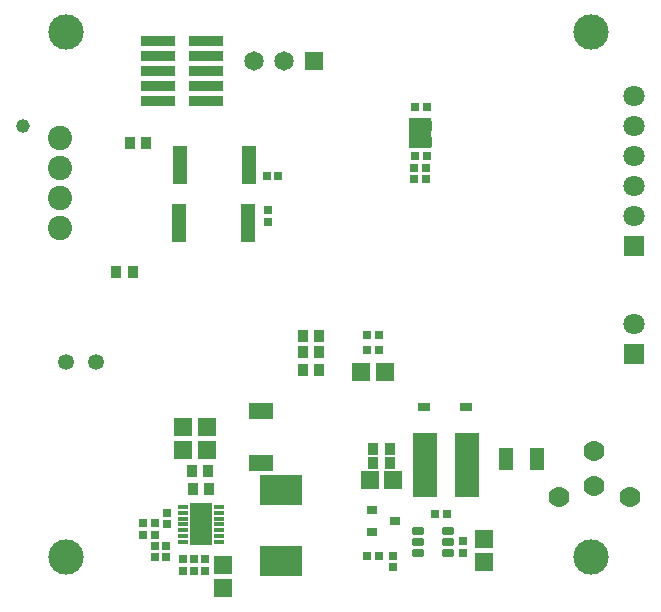
<source format=gts>
G04*
G04 #@! TF.GenerationSoftware,Altium Limited,Altium Designer,21.5.1 (32)*
G04*
G04 Layer_Color=8388736*
%FSLAX25Y25*%
%MOIN*%
G70*
G04*
G04 #@! TF.SameCoordinates,C11210EE-706E-4053-A979-2A702EC27353*
G04*
G04*
G04 #@! TF.FilePolarity,Negative*
G04*
G01*
G75*
%ADD18R,0.07382X0.09874*%
%ADD19R,0.07874X0.05512*%
%ADD20R,0.13976X0.09843*%
%ADD21R,0.06102X0.06496*%
%ADD22R,0.03347X0.03543*%
%ADD23R,0.03740X0.04134*%
%ADD24R,0.04921X0.07284*%
%ADD25R,0.04747X0.12598*%
%ADD26R,0.07677X0.13976*%
%ADD27R,0.03740X0.01772*%
%ADD28R,0.02953X0.02559*%
%ADD29R,0.06496X0.06102*%
%ADD30R,0.02559X0.02953*%
%ADD31R,0.04410X0.03150*%
G04:AMPARAMS|DCode=32|XSize=27.56mil|YSize=37.4mil|CornerRadius=4.9mil|HoleSize=0mil|Usage=FLASHONLY|Rotation=90.000|XOffset=0mil|YOffset=0mil|HoleType=Round|Shape=RoundedRectangle|*
%AMROUNDEDRECTD32*
21,1,0.02756,0.02760,0,0,90.0*
21,1,0.01776,0.03740,0,0,90.0*
1,1,0.00980,0.01380,0.00888*
1,1,0.00980,0.01380,-0.00888*
1,1,0.00980,-0.01380,-0.00888*
1,1,0.00980,-0.01380,0.00888*
%
%ADD32ROUNDEDRECTD32*%
%ADD33R,0.11575X0.03504*%
%ADD34R,0.08465X0.21457*%
%ADD35R,0.03543X0.03150*%
%ADD36C,0.06969*%
%ADD37C,0.07087*%
%ADD38R,0.07087X0.07087*%
%ADD39C,0.05315*%
%ADD40C,0.08091*%
%ADD41C,0.04638*%
%ADD42R,0.06496X0.06496*%
%ADD43C,0.06496*%
%ADD44C,0.11791*%
D18*
X367931Y166323D02*
D03*
D19*
X315000Y56301D02*
D03*
Y73624D02*
D03*
D20*
X321681Y23500D02*
D03*
Y47319D02*
D03*
D21*
X289000Y60500D02*
D03*
X296874D02*
D03*
X348407Y86499D02*
D03*
X356281D02*
D03*
X289043Y68178D02*
D03*
X296917D02*
D03*
X359118Y50501D02*
D03*
X351244D02*
D03*
D22*
X370441Y168752D02*
D03*
Y163437D02*
D03*
X366504Y168752D02*
D03*
Y163437D02*
D03*
D23*
X276756Y162926D02*
D03*
X271244D02*
D03*
X334448Y93192D02*
D03*
X328936D02*
D03*
X334448Y87335D02*
D03*
X328936D02*
D03*
X292020Y53762D02*
D03*
X297532D02*
D03*
X328936Y98599D02*
D03*
X334448D02*
D03*
X266730Y120000D02*
D03*
X272242D02*
D03*
X297756Y47746D02*
D03*
X292244D02*
D03*
X357937Y61082D02*
D03*
X352425D02*
D03*
X357937Y56337D02*
D03*
X352425D02*
D03*
D24*
X407193Y57735D02*
D03*
X396563D02*
D03*
D25*
X310940Y155708D02*
D03*
X288083D02*
D03*
X310721Y136416D02*
D03*
X287864D02*
D03*
D26*
X295000Y35774D02*
D03*
D27*
X289094Y29869D02*
D03*
Y31837D02*
D03*
Y33806D02*
D03*
Y35774D02*
D03*
Y37743D02*
D03*
Y39711D02*
D03*
Y41680D02*
D03*
X300905D02*
D03*
Y39711D02*
D03*
Y37743D02*
D03*
Y35774D02*
D03*
Y33806D02*
D03*
Y31837D02*
D03*
Y29869D02*
D03*
D28*
X354312Y93782D02*
D03*
X350375D02*
D03*
X283504Y24846D02*
D03*
X279567D02*
D03*
X279556Y32428D02*
D03*
X275619D02*
D03*
X316880Y152087D02*
D03*
X320817D02*
D03*
X350375Y99047D02*
D03*
X354312D02*
D03*
X279556Y36143D02*
D03*
X275619D02*
D03*
X350387Y25404D02*
D03*
X354324D02*
D03*
X279567Y28559D02*
D03*
X283504D02*
D03*
X376969Y39424D02*
D03*
X373031D02*
D03*
X366504Y174825D02*
D03*
X370441D02*
D03*
X370327Y158613D02*
D03*
X366390D02*
D03*
X366032Y150993D02*
D03*
X369969D02*
D03*
X366032Y154661D02*
D03*
X369969D02*
D03*
D29*
X302480Y14520D02*
D03*
Y22394D02*
D03*
X389280Y31054D02*
D03*
Y23180D02*
D03*
D30*
X283701Y35774D02*
D03*
Y39711D02*
D03*
X289094Y24362D02*
D03*
Y20425D02*
D03*
X317260Y140657D02*
D03*
Y136720D02*
D03*
X296500Y24362D02*
D03*
Y20425D02*
D03*
X359157Y21467D02*
D03*
Y25404D02*
D03*
X382325Y26329D02*
D03*
Y30266D02*
D03*
X292800Y20425D02*
D03*
Y24362D02*
D03*
D31*
X369530Y75000D02*
D03*
X383231D02*
D03*
D32*
X367327Y33711D02*
D03*
Y29971D02*
D03*
Y26231D02*
D03*
X377366D02*
D03*
Y29971D02*
D03*
Y33711D02*
D03*
D33*
X296757Y196980D02*
D03*
Y191980D02*
D03*
Y186980D02*
D03*
Y181980D02*
D03*
Y176980D02*
D03*
X280734D02*
D03*
Y181980D02*
D03*
Y186980D02*
D03*
Y191980D02*
D03*
Y196980D02*
D03*
D34*
X383567Y55500D02*
D03*
X369787D02*
D03*
D35*
X359810Y36959D02*
D03*
X351936Y33219D02*
D03*
Y40699D02*
D03*
D36*
X414364Y44813D02*
D03*
X437986D02*
D03*
X426175Y48514D02*
D03*
Y60325D02*
D03*
D37*
X439500Y178500D02*
D03*
Y168500D02*
D03*
Y158500D02*
D03*
Y148500D02*
D03*
Y138500D02*
D03*
Y102500D02*
D03*
D38*
Y128500D02*
D03*
Y92500D02*
D03*
D39*
X260000Y90000D02*
D03*
X250000D02*
D03*
D40*
X248000Y134537D02*
D03*
Y144537D02*
D03*
Y154537D02*
D03*
Y164537D02*
D03*
D41*
X235598Y168738D02*
D03*
D42*
X332556Y190190D02*
D03*
D43*
X322556D02*
D03*
X312556D02*
D03*
D44*
X250000Y25000D02*
D03*
Y200000D02*
D03*
X425000D02*
D03*
Y25000D02*
D03*
M02*

</source>
